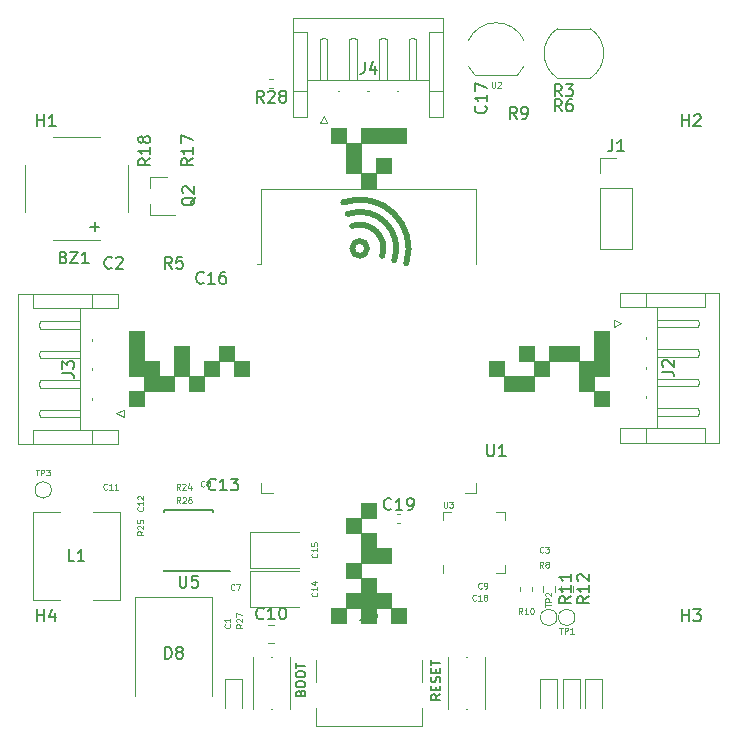
<source format=gbr>
G04 #@! TF.GenerationSoftware,KiCad,Pcbnew,(5.1.9)-1*
G04 #@! TF.CreationDate,2022-02-01T14:59:44+01:00*
G04 #@! TF.ProjectId,ESPCraft,45535043-7261-4667-942e-6b696361645f,rev?*
G04 #@! TF.SameCoordinates,Original*
G04 #@! TF.FileFunction,Legend,Top*
G04 #@! TF.FilePolarity,Positive*
%FSLAX46Y46*%
G04 Gerber Fmt 4.6, Leading zero omitted, Abs format (unit mm)*
G04 Created by KiCad (PCBNEW (5.1.9)-1) date 2022-02-01 14:59:44*
%MOMM*%
%LPD*%
G01*
G04 APERTURE LIST*
%ADD10C,0.150000*%
%ADD11C,0.100000*%
%ADD12C,0.500000*%
%ADD13C,0.120000*%
%ADD14C,0.125000*%
G04 APERTURE END LIST*
D10*
X137737857Y-130371714D02*
X137775952Y-130257428D01*
X137814047Y-130219333D01*
X137890238Y-130181238D01*
X138004523Y-130181238D01*
X138080714Y-130219333D01*
X138118809Y-130257428D01*
X138156904Y-130333619D01*
X138156904Y-130638380D01*
X137356904Y-130638380D01*
X137356904Y-130371714D01*
X137395000Y-130295523D01*
X137433095Y-130257428D01*
X137509285Y-130219333D01*
X137585476Y-130219333D01*
X137661666Y-130257428D01*
X137699761Y-130295523D01*
X137737857Y-130371714D01*
X137737857Y-130638380D01*
X137356904Y-129686000D02*
X137356904Y-129533619D01*
X137395000Y-129457428D01*
X137471190Y-129381238D01*
X137623571Y-129343142D01*
X137890238Y-129343142D01*
X138042619Y-129381238D01*
X138118809Y-129457428D01*
X138156904Y-129533619D01*
X138156904Y-129686000D01*
X138118809Y-129762190D01*
X138042619Y-129838380D01*
X137890238Y-129876476D01*
X137623571Y-129876476D01*
X137471190Y-129838380D01*
X137395000Y-129762190D01*
X137356904Y-129686000D01*
X137356904Y-128847904D02*
X137356904Y-128695523D01*
X137395000Y-128619333D01*
X137471190Y-128543142D01*
X137623571Y-128505047D01*
X137890238Y-128505047D01*
X138042619Y-128543142D01*
X138118809Y-128619333D01*
X138156904Y-128695523D01*
X138156904Y-128847904D01*
X138118809Y-128924095D01*
X138042619Y-129000285D01*
X137890238Y-129038380D01*
X137623571Y-129038380D01*
X137471190Y-129000285D01*
X137395000Y-128924095D01*
X137356904Y-128847904D01*
X137356904Y-128276476D02*
X137356904Y-127819333D01*
X138156904Y-128047904D02*
X137356904Y-128047904D01*
X149586904Y-130447904D02*
X149205952Y-130714571D01*
X149586904Y-130905047D02*
X148786904Y-130905047D01*
X148786904Y-130600285D01*
X148825000Y-130524095D01*
X148863095Y-130486000D01*
X148939285Y-130447904D01*
X149053571Y-130447904D01*
X149129761Y-130486000D01*
X149167857Y-130524095D01*
X149205952Y-130600285D01*
X149205952Y-130905047D01*
X149167857Y-130105047D02*
X149167857Y-129838380D01*
X149586904Y-129724095D02*
X149586904Y-130105047D01*
X148786904Y-130105047D01*
X148786904Y-129724095D01*
X149548809Y-129419333D02*
X149586904Y-129305047D01*
X149586904Y-129114571D01*
X149548809Y-129038380D01*
X149510714Y-129000285D01*
X149434523Y-128962190D01*
X149358333Y-128962190D01*
X149282142Y-129000285D01*
X149244047Y-129038380D01*
X149205952Y-129114571D01*
X149167857Y-129266952D01*
X149129761Y-129343142D01*
X149091666Y-129381238D01*
X149015476Y-129419333D01*
X148939285Y-129419333D01*
X148863095Y-129381238D01*
X148825000Y-129343142D01*
X148786904Y-129266952D01*
X148786904Y-129076476D01*
X148825000Y-128962190D01*
X149167857Y-128619333D02*
X149167857Y-128352666D01*
X149586904Y-128238380D02*
X149586904Y-128619333D01*
X148786904Y-128619333D01*
X148786904Y-128238380D01*
X148786904Y-128009809D02*
X148786904Y-127552666D01*
X149586904Y-127781238D02*
X148786904Y-127781238D01*
D11*
G36*
X128270000Y-103505000D02*
G01*
X127000000Y-103505000D01*
X127000000Y-100965000D01*
X128270000Y-100965000D01*
X128270000Y-103505000D01*
G37*
X128270000Y-103505000D02*
X127000000Y-103505000D01*
X127000000Y-100965000D01*
X128270000Y-100965000D01*
X128270000Y-103505000D01*
G36*
X141605000Y-124460000D02*
G01*
X140335000Y-124460000D01*
X140335000Y-123190000D01*
X141605000Y-123190000D01*
X141605000Y-124460000D01*
G37*
X141605000Y-124460000D02*
X140335000Y-124460000D01*
X140335000Y-123190000D01*
X141605000Y-123190000D01*
X141605000Y-124460000D01*
G36*
X146685000Y-124460000D02*
G01*
X145415000Y-124460000D01*
X145415000Y-123190000D01*
X146685000Y-123190000D01*
X146685000Y-124460000D01*
G37*
X146685000Y-124460000D02*
X145415000Y-124460000D01*
X145415000Y-123190000D01*
X146685000Y-123190000D01*
X146685000Y-124460000D01*
G36*
X144145000Y-124460000D02*
G01*
X142875000Y-124460000D01*
X142875000Y-123190000D01*
X144145000Y-123190000D01*
X144145000Y-124460000D01*
G37*
X144145000Y-124460000D02*
X142875000Y-124460000D01*
X142875000Y-123190000D01*
X144145000Y-123190000D01*
X144145000Y-124460000D01*
G36*
X145415000Y-123190000D02*
G01*
X141605000Y-123190000D01*
X141605000Y-121920000D01*
X145415000Y-121920000D01*
X145415000Y-123190000D01*
G37*
X145415000Y-123190000D02*
X141605000Y-123190000D01*
X141605000Y-121920000D01*
X145415000Y-121920000D01*
X145415000Y-123190000D01*
G36*
X144145000Y-121920000D02*
G01*
X142875000Y-121920000D01*
X142875000Y-120650000D01*
X144145000Y-120650000D01*
X144145000Y-121920000D01*
G37*
X144145000Y-121920000D02*
X142875000Y-121920000D01*
X142875000Y-120650000D01*
X144145000Y-120650000D01*
X144145000Y-121920000D01*
G36*
X142875000Y-120650000D02*
G01*
X141605000Y-120650000D01*
X141605000Y-119380000D01*
X142875000Y-119380000D01*
X142875000Y-120650000D01*
G37*
X142875000Y-120650000D02*
X141605000Y-120650000D01*
X141605000Y-119380000D01*
X142875000Y-119380000D01*
X142875000Y-120650000D01*
G36*
X144145000Y-118110000D02*
G01*
X145415000Y-118110000D01*
X145415000Y-119380000D01*
X142875000Y-119380000D01*
X142875000Y-116840000D01*
X144145000Y-116840000D01*
X144145000Y-118110000D01*
G37*
X144145000Y-118110000D02*
X145415000Y-118110000D01*
X145415000Y-119380000D01*
X142875000Y-119380000D01*
X142875000Y-116840000D01*
X144145000Y-116840000D01*
X144145000Y-118110000D01*
G36*
X142875000Y-116840000D02*
G01*
X141605000Y-116840000D01*
X141605000Y-115570000D01*
X142875000Y-115570000D01*
X142875000Y-116840000D01*
G37*
X142875000Y-116840000D02*
X141605000Y-116840000D01*
X141605000Y-115570000D01*
X142875000Y-115570000D01*
X142875000Y-116840000D01*
G36*
X144145000Y-115570000D02*
G01*
X142875000Y-115570000D01*
X142875000Y-114300000D01*
X144145000Y-114300000D01*
X144145000Y-115570000D01*
G37*
X144145000Y-115570000D02*
X142875000Y-115570000D01*
X142875000Y-114300000D01*
X144145000Y-114300000D01*
X144145000Y-115570000D01*
G36*
X163830000Y-106045000D02*
G01*
X162560000Y-106045000D01*
X162560000Y-104775000D01*
X163830000Y-104775000D01*
X163830000Y-106045000D01*
G37*
X163830000Y-106045000D02*
X162560000Y-106045000D01*
X162560000Y-104775000D01*
X163830000Y-104775000D01*
X163830000Y-106045000D01*
G36*
X141605000Y-83820000D02*
G01*
X140335000Y-83820000D01*
X140335000Y-82550000D01*
X141605000Y-82550000D01*
X141605000Y-83820000D01*
G37*
X141605000Y-83820000D02*
X140335000Y-83820000D01*
X140335000Y-82550000D01*
X141605000Y-82550000D01*
X141605000Y-83820000D01*
G36*
X145415000Y-86360000D02*
G01*
X144145000Y-86360000D01*
X144145000Y-85090000D01*
X145415000Y-85090000D01*
X145415000Y-86360000D01*
G37*
X145415000Y-86360000D02*
X144145000Y-86360000D01*
X144145000Y-85090000D01*
X145415000Y-85090000D01*
X145415000Y-86360000D01*
G36*
X146685000Y-83820000D02*
G01*
X142875000Y-83820000D01*
X142875000Y-82550000D01*
X146685000Y-82550000D01*
X146685000Y-83820000D01*
G37*
X146685000Y-83820000D02*
X142875000Y-83820000D01*
X142875000Y-82550000D01*
X146685000Y-82550000D01*
X146685000Y-83820000D01*
G36*
X142875000Y-86360000D02*
G01*
X141605000Y-86360000D01*
X141605000Y-83820000D01*
X142875000Y-83820000D01*
X142875000Y-86360000D01*
G37*
X142875000Y-86360000D02*
X141605000Y-86360000D01*
X141605000Y-83820000D01*
X142875000Y-83820000D01*
X142875000Y-86360000D01*
G36*
X144145000Y-87630000D02*
G01*
X142875000Y-87630000D01*
X142875000Y-86360000D01*
X144145000Y-86360000D01*
X144145000Y-87630000D01*
G37*
X144145000Y-87630000D02*
X142875000Y-87630000D01*
X142875000Y-86360000D01*
X144145000Y-86360000D01*
X144145000Y-87630000D01*
G36*
X163830000Y-103505000D02*
G01*
X162560000Y-103505000D01*
X162560000Y-104775000D01*
X161290000Y-104775000D01*
X161290000Y-102235000D01*
X162560000Y-102235000D01*
X162560000Y-99695000D01*
X163830000Y-99695000D01*
X163830000Y-103505000D01*
G37*
X163830000Y-103505000D02*
X162560000Y-103505000D01*
X162560000Y-104775000D01*
X161290000Y-104775000D01*
X161290000Y-102235000D01*
X162560000Y-102235000D01*
X162560000Y-99695000D01*
X163830000Y-99695000D01*
X163830000Y-103505000D01*
G36*
X161290000Y-102235000D02*
G01*
X158750000Y-102235000D01*
X158750000Y-100965000D01*
X161290000Y-100965000D01*
X161290000Y-102235000D01*
G37*
X161290000Y-102235000D02*
X158750000Y-102235000D01*
X158750000Y-100965000D01*
X161290000Y-100965000D01*
X161290000Y-102235000D01*
G36*
X157480000Y-102235000D02*
G01*
X156210000Y-102235000D01*
X156210000Y-100965000D01*
X157480000Y-100965000D01*
X157480000Y-102235000D01*
G37*
X157480000Y-102235000D02*
X156210000Y-102235000D01*
X156210000Y-100965000D01*
X157480000Y-100965000D01*
X157480000Y-102235000D01*
G36*
X158750000Y-103505000D02*
G01*
X157480000Y-103505000D01*
X157480000Y-102235000D01*
X158750000Y-102235000D01*
X158750000Y-103505000D01*
G37*
X158750000Y-103505000D02*
X157480000Y-103505000D01*
X157480000Y-102235000D01*
X158750000Y-102235000D01*
X158750000Y-103505000D01*
G36*
X157480000Y-104775000D02*
G01*
X154940000Y-104775000D01*
X154940000Y-103505000D01*
X157480000Y-103505000D01*
X157480000Y-104775000D01*
G37*
X157480000Y-104775000D02*
X154940000Y-104775000D01*
X154940000Y-103505000D01*
X157480000Y-103505000D01*
X157480000Y-104775000D01*
G36*
X154940000Y-103505000D02*
G01*
X153670000Y-103505000D01*
X153670000Y-102235000D01*
X154940000Y-102235000D01*
X154940000Y-103505000D01*
G37*
X154940000Y-103505000D02*
X153670000Y-103505000D01*
X153670000Y-102235000D01*
X154940000Y-102235000D01*
X154940000Y-103505000D01*
G36*
X124460000Y-106045000D02*
G01*
X123190000Y-106045000D01*
X123190000Y-104775000D01*
X124460000Y-104775000D01*
X124460000Y-106045000D01*
G37*
X124460000Y-106045000D02*
X123190000Y-106045000D01*
X123190000Y-104775000D01*
X124460000Y-104775000D01*
X124460000Y-106045000D01*
G36*
X124460000Y-102235000D02*
G01*
X123190000Y-102235000D01*
X123190000Y-99695000D01*
X124460000Y-99695000D01*
X124460000Y-102235000D01*
G37*
X124460000Y-102235000D02*
X123190000Y-102235000D01*
X123190000Y-99695000D01*
X124460000Y-99695000D01*
X124460000Y-102235000D01*
G36*
X132080000Y-102235000D02*
G01*
X130810000Y-102235000D01*
X130810000Y-100965000D01*
X132080000Y-100965000D01*
X132080000Y-102235000D01*
G37*
X132080000Y-102235000D02*
X130810000Y-102235000D01*
X130810000Y-100965000D01*
X132080000Y-100965000D01*
X132080000Y-102235000D01*
G36*
X125730000Y-103505000D02*
G01*
X127000000Y-103505000D01*
X127000000Y-104775000D01*
X124460000Y-104775000D01*
X124460000Y-103505000D01*
X123190000Y-103505000D01*
X123190000Y-102235000D01*
X125730000Y-102235000D01*
X125730000Y-103505000D01*
G37*
X125730000Y-103505000D02*
X127000000Y-103505000D01*
X127000000Y-104775000D01*
X124460000Y-104775000D01*
X124460000Y-103505000D01*
X123190000Y-103505000D01*
X123190000Y-102235000D01*
X125730000Y-102235000D01*
X125730000Y-103505000D01*
G36*
X129540000Y-104775000D02*
G01*
X128270000Y-104775000D01*
X128270000Y-103505000D01*
X129540000Y-103505000D01*
X129540000Y-104775000D01*
G37*
X129540000Y-104775000D02*
X128270000Y-104775000D01*
X128270000Y-103505000D01*
X129540000Y-103505000D01*
X129540000Y-104775000D01*
G36*
X130810000Y-103505000D02*
G01*
X129540000Y-103505000D01*
X129540000Y-102235000D01*
X130810000Y-102235000D01*
X130810000Y-103505000D01*
G37*
X130810000Y-103505000D02*
X129540000Y-103505000D01*
X129540000Y-102235000D01*
X130810000Y-102235000D01*
X130810000Y-103505000D01*
G36*
X133350000Y-103505000D02*
G01*
X132080000Y-103505000D01*
X132080000Y-102235000D01*
X133350000Y-102235000D01*
X133350000Y-103505000D01*
G37*
X133350000Y-103505000D02*
X132080000Y-103505000D01*
X132080000Y-102235000D01*
X133350000Y-102235000D01*
X133350000Y-103505000D01*
D12*
X141732000Y-89789001D02*
G75*
G02*
X145668999Y-93725999I1016000J-2920999D01*
G01*
X141364623Y-88811393D02*
G75*
G02*
X146685000Y-93980000I1383377J-3898607D01*
G01*
X142111999Y-90805335D02*
G75*
G02*
X144652999Y-93344999I636001J-1904665D01*
G01*
X143383000Y-92710000D02*
G75*
G03*
X143383000Y-92710000I-635000J0D01*
G01*
D13*
X134390000Y-94060000D02*
X134010000Y-94060000D01*
X134390000Y-87640000D02*
X134390000Y-94060000D01*
X152630000Y-87640000D02*
X152630000Y-94060000D01*
X134390000Y-87640000D02*
X152630000Y-87640000D01*
X152630000Y-113385000D02*
X151630000Y-113385000D01*
X152630000Y-112605000D02*
X152630000Y-113385000D01*
X134390000Y-113385000D02*
X135390000Y-113385000D01*
X134390000Y-112605000D02*
X134390000Y-113385000D01*
X140000000Y-82110000D02*
X139700000Y-81510000D01*
X139400000Y-82110000D02*
X140000000Y-82110000D01*
X139700000Y-81510000D02*
X139400000Y-82110000D01*
X147520000Y-78420000D02*
X147200000Y-78420000D01*
X147520000Y-75000000D02*
X147520000Y-78420000D01*
X147200000Y-74920000D02*
X147520000Y-75000000D01*
X146880000Y-75000000D02*
X147200000Y-74920000D01*
X146880000Y-78420000D02*
X146880000Y-75000000D01*
X147200000Y-78420000D02*
X146880000Y-78420000D01*
X145870000Y-79420000D02*
X146030000Y-79420000D01*
X145020000Y-78420000D02*
X144700000Y-78420000D01*
X145020000Y-75000000D02*
X145020000Y-78420000D01*
X144700000Y-74920000D02*
X145020000Y-75000000D01*
X144380000Y-75000000D02*
X144700000Y-74920000D01*
X144380000Y-78420000D02*
X144380000Y-75000000D01*
X144700000Y-78420000D02*
X144380000Y-78420000D01*
X143370000Y-79420000D02*
X143530000Y-79420000D01*
X142520000Y-78420000D02*
X142200000Y-78420000D01*
X142520000Y-75000000D02*
X142520000Y-78420000D01*
X142200000Y-74920000D02*
X142520000Y-75000000D01*
X141880000Y-75000000D02*
X142200000Y-74920000D01*
X141880000Y-78420000D02*
X141880000Y-75000000D01*
X142200000Y-78420000D02*
X141880000Y-78420000D01*
X140870000Y-79420000D02*
X141030000Y-79420000D01*
X140020000Y-78420000D02*
X139700000Y-78420000D01*
X140020000Y-75000000D02*
X140020000Y-78420000D01*
X139700000Y-74920000D02*
X140020000Y-75000000D01*
X139380000Y-75000000D02*
X139700000Y-74920000D01*
X139380000Y-78420000D02*
X139380000Y-75000000D01*
X139700000Y-78420000D02*
X139380000Y-78420000D01*
X138310000Y-78420000D02*
X148590000Y-78420000D01*
X148590000Y-79420000D02*
X149810000Y-79420000D01*
X148590000Y-74420000D02*
X148590000Y-79420000D01*
X149810000Y-74420000D02*
X148590000Y-74420000D01*
X138310000Y-79420000D02*
X137090000Y-79420000D01*
X138310000Y-74420000D02*
X138310000Y-79420000D01*
X137090000Y-74420000D02*
X138310000Y-74420000D01*
X148590000Y-81620000D02*
X148590000Y-79420000D01*
X149810000Y-81620000D02*
X148590000Y-81620000D01*
X149810000Y-73200000D02*
X149810000Y-81620000D01*
X137090000Y-73200000D02*
X149810000Y-73200000D01*
X137090000Y-81620000D02*
X137090000Y-73200000D01*
X138310000Y-81620000D02*
X137090000Y-81620000D01*
X138310000Y-79420000D02*
X138310000Y-81620000D01*
X163135000Y-92770000D02*
X165795000Y-92770000D01*
X163135000Y-87630000D02*
X163135000Y-92770000D01*
X165795000Y-87630000D02*
X165795000Y-92770000D01*
X163135000Y-87630000D02*
X165795000Y-87630000D01*
X163135000Y-86360000D02*
X163135000Y-85030000D01*
X163135000Y-85030000D02*
X164465000Y-85030000D01*
X135305000Y-131740000D02*
X135205000Y-131740000D01*
X133705000Y-127340000D02*
X133705000Y-131740000D01*
X136805000Y-131740000D02*
X136805000Y-127340000D01*
X135305000Y-127340000D02*
X135205000Y-127340000D01*
X151715000Y-131740000D02*
X151815000Y-131740000D01*
X150215000Y-127340000D02*
X150215000Y-131740000D01*
X153315000Y-131740000D02*
X153315000Y-127340000D01*
X151715000Y-127340000D02*
X151815000Y-127340000D01*
X159485000Y-131610000D02*
X159485000Y-129150000D01*
X159485000Y-129150000D02*
X158015000Y-129150000D01*
X158015000Y-129150000D02*
X158015000Y-131610000D01*
X159920000Y-129150000D02*
X159920000Y-131610000D01*
X161390000Y-129150000D02*
X159920000Y-129150000D01*
X161390000Y-131610000D02*
X161390000Y-129150000D01*
X161825000Y-129150000D02*
X161825000Y-131610000D01*
X163295000Y-129150000D02*
X161825000Y-129150000D01*
X163295000Y-131610000D02*
X163295000Y-129150000D01*
X132815000Y-131610000D02*
X132815000Y-129150000D01*
X132815000Y-129150000D02*
X131345000Y-129150000D01*
X131345000Y-129150000D02*
X131345000Y-131610000D01*
X164270000Y-99360000D02*
X164870000Y-99060000D01*
X164270000Y-98760000D02*
X164270000Y-99360000D01*
X164870000Y-99060000D02*
X164270000Y-98760000D01*
X167960000Y-106880000D02*
X167960000Y-106560000D01*
X171380000Y-106880000D02*
X167960000Y-106880000D01*
X171460000Y-106560000D02*
X171380000Y-106880000D01*
X171380000Y-106240000D02*
X171460000Y-106560000D01*
X167960000Y-106240000D02*
X171380000Y-106240000D01*
X167960000Y-106560000D02*
X167960000Y-106240000D01*
X166960000Y-105230000D02*
X166960000Y-105390000D01*
X167960000Y-104380000D02*
X167960000Y-104060000D01*
X171380000Y-104380000D02*
X167960000Y-104380000D01*
X171460000Y-104060000D02*
X171380000Y-104380000D01*
X171380000Y-103740000D02*
X171460000Y-104060000D01*
X167960000Y-103740000D02*
X171380000Y-103740000D01*
X167960000Y-104060000D02*
X167960000Y-103740000D01*
X166960000Y-102730000D02*
X166960000Y-102890000D01*
X167960000Y-101880000D02*
X167960000Y-101560000D01*
X171380000Y-101880000D02*
X167960000Y-101880000D01*
X171460000Y-101560000D02*
X171380000Y-101880000D01*
X171380000Y-101240000D02*
X171460000Y-101560000D01*
X167960000Y-101240000D02*
X171380000Y-101240000D01*
X167960000Y-101560000D02*
X167960000Y-101240000D01*
X166960000Y-100230000D02*
X166960000Y-100390000D01*
X167960000Y-99380000D02*
X167960000Y-99060000D01*
X171380000Y-99380000D02*
X167960000Y-99380000D01*
X171460000Y-99060000D02*
X171380000Y-99380000D01*
X171380000Y-98740000D02*
X171460000Y-99060000D01*
X167960000Y-98740000D02*
X171380000Y-98740000D01*
X167960000Y-99060000D02*
X167960000Y-98740000D01*
X167960000Y-97670000D02*
X167960000Y-107950000D01*
X166960000Y-107950000D02*
X166960000Y-109170000D01*
X171960000Y-107950000D02*
X166960000Y-107950000D01*
X171960000Y-109170000D02*
X171960000Y-107950000D01*
X166960000Y-97670000D02*
X166960000Y-96450000D01*
X171960000Y-97670000D02*
X166960000Y-97670000D01*
X171960000Y-96450000D02*
X171960000Y-97670000D01*
X164760000Y-107950000D02*
X166960000Y-107950000D01*
X164760000Y-109170000D02*
X164760000Y-107950000D01*
X173180000Y-109170000D02*
X164760000Y-109170000D01*
X173180000Y-96450000D02*
X173180000Y-109170000D01*
X164760000Y-96450000D02*
X173180000Y-96450000D01*
X164760000Y-97670000D02*
X164760000Y-96450000D01*
X166960000Y-97670000D02*
X164760000Y-97670000D01*
X120060000Y-108070000D02*
X122260000Y-108070000D01*
X122260000Y-108070000D02*
X122260000Y-109290000D01*
X122260000Y-109290000D02*
X113840000Y-109290000D01*
X113840000Y-109290000D02*
X113840000Y-96570000D01*
X113840000Y-96570000D02*
X122260000Y-96570000D01*
X122260000Y-96570000D02*
X122260000Y-97790000D01*
X122260000Y-97790000D02*
X120060000Y-97790000D01*
X115060000Y-109290000D02*
X115060000Y-108070000D01*
X115060000Y-108070000D02*
X120060000Y-108070000D01*
X120060000Y-108070000D02*
X120060000Y-109290000D01*
X115060000Y-96570000D02*
X115060000Y-97790000D01*
X115060000Y-97790000D02*
X120060000Y-97790000D01*
X120060000Y-97790000D02*
X120060000Y-96570000D01*
X119060000Y-108070000D02*
X119060000Y-97790000D01*
X119060000Y-106680000D02*
X119060000Y-107000000D01*
X119060000Y-107000000D02*
X115640000Y-107000000D01*
X115640000Y-107000000D02*
X115560000Y-106680000D01*
X115560000Y-106680000D02*
X115640000Y-106360000D01*
X115640000Y-106360000D02*
X119060000Y-106360000D01*
X119060000Y-106360000D02*
X119060000Y-106680000D01*
X120060000Y-105510000D02*
X120060000Y-105350000D01*
X119060000Y-104180000D02*
X119060000Y-104500000D01*
X119060000Y-104500000D02*
X115640000Y-104500000D01*
X115640000Y-104500000D02*
X115560000Y-104180000D01*
X115560000Y-104180000D02*
X115640000Y-103860000D01*
X115640000Y-103860000D02*
X119060000Y-103860000D01*
X119060000Y-103860000D02*
X119060000Y-104180000D01*
X120060000Y-103010000D02*
X120060000Y-102850000D01*
X119060000Y-101680000D02*
X119060000Y-102000000D01*
X119060000Y-102000000D02*
X115640000Y-102000000D01*
X115640000Y-102000000D02*
X115560000Y-101680000D01*
X115560000Y-101680000D02*
X115640000Y-101360000D01*
X115640000Y-101360000D02*
X119060000Y-101360000D01*
X119060000Y-101360000D02*
X119060000Y-101680000D01*
X120060000Y-100510000D02*
X120060000Y-100350000D01*
X119060000Y-99180000D02*
X119060000Y-99500000D01*
X119060000Y-99500000D02*
X115640000Y-99500000D01*
X115640000Y-99500000D02*
X115560000Y-99180000D01*
X115560000Y-99180000D02*
X115640000Y-98860000D01*
X115640000Y-98860000D02*
X119060000Y-98860000D01*
X119060000Y-98860000D02*
X119060000Y-99180000D01*
X122150000Y-106680000D02*
X122750000Y-106980000D01*
X122750000Y-106980000D02*
X122750000Y-106380000D01*
X122750000Y-106380000D02*
X122150000Y-106680000D01*
X149790000Y-119487000D02*
X149790000Y-120212000D01*
X155010000Y-114992000D02*
X154285000Y-114992000D01*
X155010000Y-115717000D02*
X155010000Y-114992000D01*
X155010000Y-120212000D02*
X154285000Y-120212000D01*
X155010000Y-119487000D02*
X155010000Y-120212000D01*
X149790000Y-114992000D02*
X150515000Y-114992000D01*
X149790000Y-115717000D02*
X149790000Y-114992000D01*
X116745000Y-91980000D02*
X120745000Y-91980000D01*
X123095000Y-89630000D02*
X123095000Y-85630000D01*
X120745000Y-83280000D02*
X116745000Y-83280000D01*
X114395000Y-85630000D02*
X114395000Y-89630000D01*
X124970000Y-86685000D02*
X126430000Y-86685000D01*
X124970000Y-89845000D02*
X127130000Y-89845000D01*
X124970000Y-89845000D02*
X124970000Y-88915000D01*
X124970000Y-86685000D02*
X124970000Y-87615000D01*
X159485000Y-74100000D02*
X162285000Y-74100000D01*
X159485000Y-78300000D02*
X162285000Y-78300000D01*
X162271037Y-78309242D02*
G75*
G03*
X162285000Y-74100000I-1386037J2109242D01*
G01*
X159498963Y-74090758D02*
G75*
G03*
X159485000Y-78300000I1386037J-2109242D01*
G01*
X139040000Y-127600000D02*
X139040000Y-129400000D01*
X139040000Y-133110000D02*
X139040000Y-131650000D01*
X147980000Y-133110000D02*
X147980000Y-131650000D01*
X147980000Y-127600000D02*
X147980000Y-129400000D01*
X147980000Y-133110000D02*
X139040000Y-133110000D01*
X156335000Y-121376221D02*
X156335000Y-121701779D01*
X157355000Y-121376221D02*
X157355000Y-121701779D01*
X152505000Y-78050000D02*
X156105000Y-78050000D01*
X151980816Y-77322795D02*
G75*
G03*
X152505000Y-78050000I2324184J1122795D01*
G01*
X151948600Y-75101193D02*
G75*
G02*
X154305000Y-73600000I2356400J-1098807D01*
G01*
X156661400Y-75101193D02*
G75*
G03*
X154305000Y-73600000I-2356400J-1098807D01*
G01*
X156629184Y-77322795D02*
G75*
G02*
X156105000Y-78050000I-2324184J1122795D01*
G01*
X137640000Y-120029000D02*
X133430000Y-120029000D01*
X133430000Y-120029000D02*
X133430000Y-123049000D01*
X133430000Y-123049000D02*
X137640000Y-123049000D01*
X133430000Y-119747000D02*
X137640000Y-119747000D01*
X133430000Y-116727000D02*
X133430000Y-119747000D01*
X137640000Y-116727000D02*
X133430000Y-116727000D01*
X130250000Y-122200000D02*
X130250000Y-130600000D01*
X123750000Y-122200000D02*
X123750000Y-130600000D01*
X123750000Y-122200000D02*
X130250000Y-122200000D01*
X115045000Y-115045000D02*
X117345000Y-115045000D01*
X115045000Y-122445000D02*
X115045000Y-115045000D01*
X117345000Y-122445000D02*
X115045000Y-122445000D01*
X122445000Y-122445000D02*
X120145000Y-122445000D01*
X122445000Y-115045000D02*
X122445000Y-122445000D01*
X120145000Y-115045000D02*
X122445000Y-115045000D01*
X160974000Y-123952000D02*
G75*
G03*
X160974000Y-123952000I-700000J0D01*
G01*
X159450000Y-123952000D02*
G75*
G03*
X159450000Y-123952000I-700000J0D01*
G01*
D10*
X130345000Y-120000000D02*
X131745000Y-120000000D01*
X130345000Y-114900000D02*
X126195000Y-114900000D01*
X130345000Y-120050000D02*
X126195000Y-120050000D01*
X130345000Y-114900000D02*
X130345000Y-115045000D01*
X126195000Y-114900000D02*
X126195000Y-115045000D01*
X126195000Y-120050000D02*
X126195000Y-119905000D01*
X130345000Y-120050000D02*
X130345000Y-120000000D01*
D13*
X116651000Y-113157000D02*
G75*
G03*
X116651000Y-113157000I-700000J0D01*
G01*
X135408641Y-78360000D02*
X135101359Y-78360000D01*
X135408641Y-79120000D02*
X135101359Y-79120000D01*
X145942164Y-115930000D02*
X146157836Y-115930000D01*
X145942164Y-115210000D02*
X146157836Y-115210000D01*
X159272500Y-121301742D02*
X159272500Y-121776258D01*
X158227500Y-121301742D02*
X158227500Y-121776258D01*
X159751500Y-121301742D02*
X159751500Y-121776258D01*
X160796500Y-121301742D02*
X160796500Y-121776258D01*
X134993748Y-126084000D02*
X135516252Y-126084000D01*
X134993748Y-124614000D02*
X135516252Y-124614000D01*
D10*
X153543095Y-109307380D02*
X153543095Y-110116904D01*
X153590714Y-110212142D01*
X153638333Y-110259761D01*
X153733571Y-110307380D01*
X153924047Y-110307380D01*
X154019285Y-110259761D01*
X154066904Y-110212142D01*
X154114523Y-110116904D01*
X154114523Y-109307380D01*
X155114523Y-110307380D02*
X154543095Y-110307380D01*
X154828809Y-110307380D02*
X154828809Y-109307380D01*
X154733571Y-109450238D01*
X154638333Y-109545476D01*
X154543095Y-109593095D01*
X143176666Y-76922380D02*
X143176666Y-77636666D01*
X143129047Y-77779523D01*
X143033809Y-77874761D01*
X142890952Y-77922380D01*
X142795714Y-77922380D01*
X144081428Y-77255714D02*
X144081428Y-77922380D01*
X143843333Y-76874761D02*
X143605238Y-77589047D01*
X144224285Y-77589047D01*
X164131666Y-83482380D02*
X164131666Y-84196666D01*
X164084047Y-84339523D01*
X163988809Y-84434761D01*
X163845952Y-84482380D01*
X163750714Y-84482380D01*
X165131666Y-84482380D02*
X164560238Y-84482380D01*
X164845952Y-84482380D02*
X164845952Y-83482380D01*
X164750714Y-83625238D01*
X164655476Y-83720476D01*
X164560238Y-83768095D01*
X115443095Y-82367380D02*
X115443095Y-81367380D01*
X115443095Y-81843571D02*
X116014523Y-81843571D01*
X116014523Y-82367380D02*
X116014523Y-81367380D01*
X117014523Y-82367380D02*
X116443095Y-82367380D01*
X116728809Y-82367380D02*
X116728809Y-81367380D01*
X116633571Y-81510238D01*
X116538333Y-81605476D01*
X116443095Y-81653095D01*
X170053095Y-82367380D02*
X170053095Y-81367380D01*
X170053095Y-81843571D02*
X170624523Y-81843571D01*
X170624523Y-82367380D02*
X170624523Y-81367380D01*
X171053095Y-81462619D02*
X171100714Y-81415000D01*
X171195952Y-81367380D01*
X171434047Y-81367380D01*
X171529285Y-81415000D01*
X171576904Y-81462619D01*
X171624523Y-81557857D01*
X171624523Y-81653095D01*
X171576904Y-81795952D01*
X171005476Y-82367380D01*
X171624523Y-82367380D01*
X170053095Y-124277380D02*
X170053095Y-123277380D01*
X170053095Y-123753571D02*
X170624523Y-123753571D01*
X170624523Y-124277380D02*
X170624523Y-123277380D01*
X171005476Y-123277380D02*
X171624523Y-123277380D01*
X171291190Y-123658333D01*
X171434047Y-123658333D01*
X171529285Y-123705952D01*
X171576904Y-123753571D01*
X171624523Y-123848809D01*
X171624523Y-124086904D01*
X171576904Y-124182142D01*
X171529285Y-124229761D01*
X171434047Y-124277380D01*
X171148333Y-124277380D01*
X171053095Y-124229761D01*
X171005476Y-124182142D01*
X115443095Y-124277380D02*
X115443095Y-123277380D01*
X115443095Y-123753571D02*
X116014523Y-123753571D01*
X116014523Y-124277380D02*
X116014523Y-123277380D01*
X116919285Y-123610714D02*
X116919285Y-124277380D01*
X116681190Y-123229761D02*
X116443095Y-123944047D01*
X117062142Y-123944047D01*
X168362380Y-103143333D02*
X169076666Y-103143333D01*
X169219523Y-103190952D01*
X169314761Y-103286190D01*
X169362380Y-103429047D01*
X169362380Y-103524285D01*
X168457619Y-102714761D02*
X168410000Y-102667142D01*
X168362380Y-102571904D01*
X168362380Y-102333809D01*
X168410000Y-102238571D01*
X168457619Y-102190952D01*
X168552857Y-102143333D01*
X168648095Y-102143333D01*
X168790952Y-102190952D01*
X169362380Y-102762380D01*
X169362380Y-102143333D01*
X117562380Y-103263333D02*
X118276666Y-103263333D01*
X118419523Y-103310952D01*
X118514761Y-103406190D01*
X118562380Y-103549047D01*
X118562380Y-103644285D01*
X117562380Y-102882380D02*
X117562380Y-102263333D01*
X117943333Y-102596666D01*
X117943333Y-102453809D01*
X117990952Y-102358571D01*
X118038571Y-102310952D01*
X118133809Y-102263333D01*
X118371904Y-102263333D01*
X118467142Y-102310952D01*
X118514761Y-102358571D01*
X118562380Y-102453809D01*
X118562380Y-102739523D01*
X118514761Y-102834761D01*
X118467142Y-102882380D01*
D14*
X149860047Y-114153190D02*
X149860047Y-114557952D01*
X149883857Y-114605571D01*
X149907666Y-114629380D01*
X149955285Y-114653190D01*
X150050523Y-114653190D01*
X150098142Y-114629380D01*
X150121952Y-114605571D01*
X150145761Y-114557952D01*
X150145761Y-114153190D01*
X150336238Y-114153190D02*
X150645761Y-114153190D01*
X150479095Y-114343666D01*
X150550523Y-114343666D01*
X150598142Y-114367476D01*
X150621952Y-114391285D01*
X150645761Y-114438904D01*
X150645761Y-114557952D01*
X150621952Y-114605571D01*
X150598142Y-114629380D01*
X150550523Y-114653190D01*
X150407666Y-114653190D01*
X150360047Y-114629380D01*
X150336238Y-114605571D01*
D10*
X117664047Y-93458571D02*
X117806904Y-93506190D01*
X117854523Y-93553809D01*
X117902142Y-93649047D01*
X117902142Y-93791904D01*
X117854523Y-93887142D01*
X117806904Y-93934761D01*
X117711666Y-93982380D01*
X117330714Y-93982380D01*
X117330714Y-92982380D01*
X117664047Y-92982380D01*
X117759285Y-93030000D01*
X117806904Y-93077619D01*
X117854523Y-93172857D01*
X117854523Y-93268095D01*
X117806904Y-93363333D01*
X117759285Y-93410952D01*
X117664047Y-93458571D01*
X117330714Y-93458571D01*
X118235476Y-92982380D02*
X118902142Y-92982380D01*
X118235476Y-93982380D01*
X118902142Y-93982380D01*
X119806904Y-93982380D02*
X119235476Y-93982380D01*
X119521190Y-93982380D02*
X119521190Y-92982380D01*
X119425952Y-93125238D01*
X119330714Y-93220476D01*
X119235476Y-93268095D01*
X120316428Y-91260952D02*
X120316428Y-90499047D01*
X120697380Y-90880000D02*
X119935476Y-90880000D01*
X121753333Y-94337142D02*
X121705714Y-94384761D01*
X121562857Y-94432380D01*
X121467619Y-94432380D01*
X121324761Y-94384761D01*
X121229523Y-94289523D01*
X121181904Y-94194285D01*
X121134285Y-94003809D01*
X121134285Y-93860952D01*
X121181904Y-93670476D01*
X121229523Y-93575238D01*
X121324761Y-93480000D01*
X121467619Y-93432380D01*
X121562857Y-93432380D01*
X121705714Y-93480000D01*
X121753333Y-93527619D01*
X122134285Y-93527619D02*
X122181904Y-93480000D01*
X122277142Y-93432380D01*
X122515238Y-93432380D01*
X122610476Y-93480000D01*
X122658095Y-93527619D01*
X122705714Y-93622857D01*
X122705714Y-93718095D01*
X122658095Y-93860952D01*
X122086666Y-94432380D01*
X122705714Y-94432380D01*
D14*
X158285666Y-118415571D02*
X158261857Y-118439380D01*
X158190428Y-118463190D01*
X158142809Y-118463190D01*
X158071380Y-118439380D01*
X158023761Y-118391761D01*
X157999952Y-118344142D01*
X157976142Y-118248904D01*
X157976142Y-118177476D01*
X157999952Y-118082238D01*
X158023761Y-118034619D01*
X158071380Y-117987000D01*
X158142809Y-117963190D01*
X158190428Y-117963190D01*
X158261857Y-117987000D01*
X158285666Y-118010809D01*
X158452333Y-117963190D02*
X158761857Y-117963190D01*
X158595190Y-118153666D01*
X158666619Y-118153666D01*
X158714238Y-118177476D01*
X158738047Y-118201285D01*
X158761857Y-118248904D01*
X158761857Y-118367952D01*
X158738047Y-118415571D01*
X158714238Y-118439380D01*
X158666619Y-118463190D01*
X158523761Y-118463190D01*
X158476142Y-118439380D01*
X158452333Y-118415571D01*
D10*
X126833333Y-94432380D02*
X126500000Y-93956190D01*
X126261904Y-94432380D02*
X126261904Y-93432380D01*
X126642857Y-93432380D01*
X126738095Y-93480000D01*
X126785714Y-93527619D01*
X126833333Y-93622857D01*
X126833333Y-93765714D01*
X126785714Y-93860952D01*
X126738095Y-93908571D01*
X126642857Y-93956190D01*
X126261904Y-93956190D01*
X127738095Y-93432380D02*
X127261904Y-93432380D01*
X127214285Y-93908571D01*
X127261904Y-93860952D01*
X127357142Y-93813333D01*
X127595238Y-93813333D01*
X127690476Y-93860952D01*
X127738095Y-93908571D01*
X127785714Y-94003809D01*
X127785714Y-94241904D01*
X127738095Y-94337142D01*
X127690476Y-94384761D01*
X127595238Y-94432380D01*
X127357142Y-94432380D01*
X127261904Y-94384761D01*
X127214285Y-94337142D01*
D14*
X158285666Y-119733190D02*
X158119000Y-119495095D01*
X157999952Y-119733190D02*
X157999952Y-119233190D01*
X158190428Y-119233190D01*
X158238047Y-119257000D01*
X158261857Y-119280809D01*
X158285666Y-119328428D01*
X158285666Y-119399857D01*
X158261857Y-119447476D01*
X158238047Y-119471285D01*
X158190428Y-119495095D01*
X157999952Y-119495095D01*
X158571380Y-119447476D02*
X158523761Y-119423666D01*
X158499952Y-119399857D01*
X158476142Y-119352238D01*
X158476142Y-119328428D01*
X158499952Y-119280809D01*
X158523761Y-119257000D01*
X158571380Y-119233190D01*
X158666619Y-119233190D01*
X158714238Y-119257000D01*
X158738047Y-119280809D01*
X158761857Y-119328428D01*
X158761857Y-119352238D01*
X158738047Y-119399857D01*
X158714238Y-119423666D01*
X158666619Y-119447476D01*
X158571380Y-119447476D01*
X158523761Y-119471285D01*
X158499952Y-119495095D01*
X158476142Y-119542714D01*
X158476142Y-119637952D01*
X158499952Y-119685571D01*
X158523761Y-119709380D01*
X158571380Y-119733190D01*
X158666619Y-119733190D01*
X158714238Y-119709380D01*
X158738047Y-119685571D01*
X158761857Y-119637952D01*
X158761857Y-119542714D01*
X158738047Y-119495095D01*
X158714238Y-119471285D01*
X158666619Y-119447476D01*
X131750571Y-124543333D02*
X131774380Y-124567142D01*
X131798190Y-124638571D01*
X131798190Y-124686190D01*
X131774380Y-124757619D01*
X131726761Y-124805238D01*
X131679142Y-124829047D01*
X131583904Y-124852857D01*
X131512476Y-124852857D01*
X131417238Y-124829047D01*
X131369619Y-124805238D01*
X131322000Y-124757619D01*
X131298190Y-124686190D01*
X131298190Y-124638571D01*
X131322000Y-124567142D01*
X131345809Y-124543333D01*
X131798190Y-124067142D02*
X131798190Y-124352857D01*
X131798190Y-124210000D02*
X131298190Y-124210000D01*
X131369619Y-124257619D01*
X131417238Y-124305238D01*
X131441047Y-124352857D01*
D10*
X129532142Y-95607142D02*
X129484523Y-95654761D01*
X129341666Y-95702380D01*
X129246428Y-95702380D01*
X129103571Y-95654761D01*
X129008333Y-95559523D01*
X128960714Y-95464285D01*
X128913095Y-95273809D01*
X128913095Y-95130952D01*
X128960714Y-94940476D01*
X129008333Y-94845238D01*
X129103571Y-94750000D01*
X129246428Y-94702380D01*
X129341666Y-94702380D01*
X129484523Y-94750000D01*
X129532142Y-94797619D01*
X130484523Y-95702380D02*
X129913095Y-95702380D01*
X130198809Y-95702380D02*
X130198809Y-94702380D01*
X130103571Y-94845238D01*
X130008333Y-94940476D01*
X129913095Y-94988095D01*
X131341666Y-94702380D02*
X131151190Y-94702380D01*
X131055952Y-94750000D01*
X131008333Y-94797619D01*
X130913095Y-94940476D01*
X130865476Y-95130952D01*
X130865476Y-95511904D01*
X130913095Y-95607142D01*
X130960714Y-95654761D01*
X131055952Y-95702380D01*
X131246428Y-95702380D01*
X131341666Y-95654761D01*
X131389285Y-95607142D01*
X131436904Y-95511904D01*
X131436904Y-95273809D01*
X131389285Y-95178571D01*
X131341666Y-95130952D01*
X131246428Y-95083333D01*
X131055952Y-95083333D01*
X130960714Y-95130952D01*
X130913095Y-95178571D01*
X130865476Y-95273809D01*
X128817619Y-88360238D02*
X128770000Y-88455476D01*
X128674761Y-88550714D01*
X128531904Y-88693571D01*
X128484285Y-88788809D01*
X128484285Y-88884047D01*
X128722380Y-88836428D02*
X128674761Y-88931666D01*
X128579523Y-89026904D01*
X128389047Y-89074523D01*
X128055714Y-89074523D01*
X127865238Y-89026904D01*
X127770000Y-88931666D01*
X127722380Y-88836428D01*
X127722380Y-88645952D01*
X127770000Y-88550714D01*
X127865238Y-88455476D01*
X128055714Y-88407857D01*
X128389047Y-88407857D01*
X128579523Y-88455476D01*
X128674761Y-88550714D01*
X128722380Y-88645952D01*
X128722380Y-88836428D01*
X127817619Y-88026904D02*
X127770000Y-87979285D01*
X127722380Y-87884047D01*
X127722380Y-87645952D01*
X127770000Y-87550714D01*
X127817619Y-87503095D01*
X127912857Y-87455476D01*
X128008095Y-87455476D01*
X128150952Y-87503095D01*
X128722380Y-88074523D01*
X128722380Y-87455476D01*
X128622380Y-85097857D02*
X128146190Y-85431190D01*
X128622380Y-85669285D02*
X127622380Y-85669285D01*
X127622380Y-85288333D01*
X127670000Y-85193095D01*
X127717619Y-85145476D01*
X127812857Y-85097857D01*
X127955714Y-85097857D01*
X128050952Y-85145476D01*
X128098571Y-85193095D01*
X128146190Y-85288333D01*
X128146190Y-85669285D01*
X128622380Y-84145476D02*
X128622380Y-84716904D01*
X128622380Y-84431190D02*
X127622380Y-84431190D01*
X127765238Y-84526428D01*
X127860476Y-84621666D01*
X127908095Y-84716904D01*
X127622380Y-83812142D02*
X127622380Y-83145476D01*
X128622380Y-83574047D01*
X125012380Y-85097857D02*
X124536190Y-85431190D01*
X125012380Y-85669285D02*
X124012380Y-85669285D01*
X124012380Y-85288333D01*
X124060000Y-85193095D01*
X124107619Y-85145476D01*
X124202857Y-85097857D01*
X124345714Y-85097857D01*
X124440952Y-85145476D01*
X124488571Y-85193095D01*
X124536190Y-85288333D01*
X124536190Y-85669285D01*
X125012380Y-84145476D02*
X125012380Y-84716904D01*
X125012380Y-84431190D02*
X124012380Y-84431190D01*
X124155238Y-84526428D01*
X124250476Y-84621666D01*
X124298095Y-84716904D01*
X124440952Y-83574047D02*
X124393333Y-83669285D01*
X124345714Y-83716904D01*
X124250476Y-83764523D01*
X124202857Y-83764523D01*
X124107619Y-83716904D01*
X124060000Y-83669285D01*
X124012380Y-83574047D01*
X124012380Y-83383571D01*
X124060000Y-83288333D01*
X124107619Y-83240714D01*
X124202857Y-83193095D01*
X124250476Y-83193095D01*
X124345714Y-83240714D01*
X124393333Y-83288333D01*
X124440952Y-83383571D01*
X124440952Y-83574047D01*
X124488571Y-83669285D01*
X124536190Y-83716904D01*
X124631428Y-83764523D01*
X124821904Y-83764523D01*
X124917142Y-83716904D01*
X124964761Y-83669285D01*
X125012380Y-83574047D01*
X125012380Y-83383571D01*
X124964761Y-83288333D01*
X124917142Y-83240714D01*
X124821904Y-83193095D01*
X124631428Y-83193095D01*
X124536190Y-83240714D01*
X124488571Y-83288333D01*
X124440952Y-83383571D01*
X159853333Y-79827380D02*
X159520000Y-79351190D01*
X159281904Y-79827380D02*
X159281904Y-78827380D01*
X159662857Y-78827380D01*
X159758095Y-78875000D01*
X159805714Y-78922619D01*
X159853333Y-79017857D01*
X159853333Y-79160714D01*
X159805714Y-79255952D01*
X159758095Y-79303571D01*
X159662857Y-79351190D01*
X159281904Y-79351190D01*
X160186666Y-78827380D02*
X160805714Y-78827380D01*
X160472380Y-79208333D01*
X160615238Y-79208333D01*
X160710476Y-79255952D01*
X160758095Y-79303571D01*
X160805714Y-79398809D01*
X160805714Y-79636904D01*
X160758095Y-79732142D01*
X160710476Y-79779761D01*
X160615238Y-79827380D01*
X160329523Y-79827380D01*
X160234285Y-79779761D01*
X160186666Y-79732142D01*
X159853333Y-81097380D02*
X159520000Y-80621190D01*
X159281904Y-81097380D02*
X159281904Y-80097380D01*
X159662857Y-80097380D01*
X159758095Y-80145000D01*
X159805714Y-80192619D01*
X159853333Y-80287857D01*
X159853333Y-80430714D01*
X159805714Y-80525952D01*
X159758095Y-80573571D01*
X159662857Y-80621190D01*
X159281904Y-80621190D01*
X160710476Y-80097380D02*
X160520000Y-80097380D01*
X160424761Y-80145000D01*
X160377142Y-80192619D01*
X160281904Y-80335476D01*
X160234285Y-80525952D01*
X160234285Y-80906904D01*
X160281904Y-81002142D01*
X160329523Y-81049761D01*
X160424761Y-81097380D01*
X160615238Y-81097380D01*
X160710476Y-81049761D01*
X160758095Y-81002142D01*
X160805714Y-80906904D01*
X160805714Y-80668809D01*
X160758095Y-80573571D01*
X160710476Y-80525952D01*
X160615238Y-80478333D01*
X160424761Y-80478333D01*
X160329523Y-80525952D01*
X160281904Y-80573571D01*
X160234285Y-80668809D01*
X156043333Y-81732380D02*
X155710000Y-81256190D01*
X155471904Y-81732380D02*
X155471904Y-80732380D01*
X155852857Y-80732380D01*
X155948095Y-80780000D01*
X155995714Y-80827619D01*
X156043333Y-80922857D01*
X156043333Y-81065714D01*
X155995714Y-81160952D01*
X155948095Y-81208571D01*
X155852857Y-81256190D01*
X155471904Y-81256190D01*
X156519523Y-81732380D02*
X156710000Y-81732380D01*
X156805238Y-81684761D01*
X156852857Y-81637142D01*
X156948095Y-81494285D01*
X156995714Y-81303809D01*
X156995714Y-80922857D01*
X156948095Y-80827619D01*
X156900476Y-80780000D01*
X156805238Y-80732380D01*
X156614761Y-80732380D01*
X156519523Y-80780000D01*
X156471904Y-80827619D01*
X156424285Y-80922857D01*
X156424285Y-81160952D01*
X156471904Y-81256190D01*
X156519523Y-81303809D01*
X156614761Y-81351428D01*
X156805238Y-81351428D01*
X156900476Y-81303809D01*
X156948095Y-81256190D01*
X156995714Y-81160952D01*
X153392142Y-80652857D02*
X153439761Y-80700476D01*
X153487380Y-80843333D01*
X153487380Y-80938571D01*
X153439761Y-81081428D01*
X153344523Y-81176666D01*
X153249285Y-81224285D01*
X153058809Y-81271904D01*
X152915952Y-81271904D01*
X152725476Y-81224285D01*
X152630238Y-81176666D01*
X152535000Y-81081428D01*
X152487380Y-80938571D01*
X152487380Y-80843333D01*
X152535000Y-80700476D01*
X152582619Y-80652857D01*
X153487380Y-79700476D02*
X153487380Y-80271904D01*
X153487380Y-79986190D02*
X152487380Y-79986190D01*
X152630238Y-80081428D01*
X152725476Y-80176666D01*
X152773095Y-80271904D01*
X152487380Y-79367142D02*
X152487380Y-78700476D01*
X153487380Y-79129047D01*
X143176666Y-123142380D02*
X143176666Y-123856666D01*
X143129047Y-123999523D01*
X143033809Y-124094761D01*
X142890952Y-124142380D01*
X142795714Y-124142380D01*
X144129047Y-123142380D02*
X143652857Y-123142380D01*
X143605238Y-123618571D01*
X143652857Y-123570952D01*
X143748095Y-123523333D01*
X143986190Y-123523333D01*
X144081428Y-123570952D01*
X144129047Y-123618571D01*
X144176666Y-123713809D01*
X144176666Y-123951904D01*
X144129047Y-124047142D01*
X144081428Y-124094761D01*
X143986190Y-124142380D01*
X143748095Y-124142380D01*
X143652857Y-124094761D01*
X143605238Y-124047142D01*
D14*
X156523571Y-123670190D02*
X156356904Y-123432095D01*
X156237857Y-123670190D02*
X156237857Y-123170190D01*
X156428333Y-123170190D01*
X156475952Y-123194000D01*
X156499761Y-123217809D01*
X156523571Y-123265428D01*
X156523571Y-123336857D01*
X156499761Y-123384476D01*
X156475952Y-123408285D01*
X156428333Y-123432095D01*
X156237857Y-123432095D01*
X156999761Y-123670190D02*
X156714047Y-123670190D01*
X156856904Y-123670190D02*
X156856904Y-123170190D01*
X156809285Y-123241619D01*
X156761666Y-123289238D01*
X156714047Y-123313047D01*
X157309285Y-123170190D02*
X157356904Y-123170190D01*
X157404523Y-123194000D01*
X157428333Y-123217809D01*
X157452142Y-123265428D01*
X157475952Y-123360666D01*
X157475952Y-123479714D01*
X157452142Y-123574952D01*
X157428333Y-123622571D01*
X157404523Y-123646380D01*
X157356904Y-123670190D01*
X157309285Y-123670190D01*
X157261666Y-123646380D01*
X157237857Y-123622571D01*
X157214047Y-123574952D01*
X157190238Y-123479714D01*
X157190238Y-123360666D01*
X157214047Y-123265428D01*
X157237857Y-123217809D01*
X157261666Y-123194000D01*
X157309285Y-123170190D01*
X153924047Y-78593190D02*
X153924047Y-78997952D01*
X153947857Y-79045571D01*
X153971666Y-79069380D01*
X154019285Y-79093190D01*
X154114523Y-79093190D01*
X154162142Y-79069380D01*
X154185952Y-79045571D01*
X154209761Y-78997952D01*
X154209761Y-78593190D01*
X154424047Y-78640809D02*
X154447857Y-78617000D01*
X154495476Y-78593190D01*
X154614523Y-78593190D01*
X154662142Y-78617000D01*
X154685952Y-78640809D01*
X154709761Y-78688428D01*
X154709761Y-78736047D01*
X154685952Y-78807476D01*
X154400238Y-79093190D01*
X154709761Y-79093190D01*
X132123666Y-121590571D02*
X132099857Y-121614380D01*
X132028428Y-121638190D01*
X131980809Y-121638190D01*
X131909380Y-121614380D01*
X131861761Y-121566761D01*
X131837952Y-121519142D01*
X131814142Y-121423904D01*
X131814142Y-121352476D01*
X131837952Y-121257238D01*
X131861761Y-121209619D01*
X131909380Y-121162000D01*
X131980809Y-121138190D01*
X132028428Y-121138190D01*
X132099857Y-121162000D01*
X132123666Y-121185809D01*
X132290333Y-121138190D02*
X132623666Y-121138190D01*
X132409380Y-121638190D01*
X129583666Y-112827571D02*
X129559857Y-112851380D01*
X129488428Y-112875190D01*
X129440809Y-112875190D01*
X129369380Y-112851380D01*
X129321761Y-112803761D01*
X129297952Y-112756142D01*
X129274142Y-112660904D01*
X129274142Y-112589476D01*
X129297952Y-112494238D01*
X129321761Y-112446619D01*
X129369380Y-112399000D01*
X129440809Y-112375190D01*
X129488428Y-112375190D01*
X129559857Y-112399000D01*
X129583666Y-112422809D01*
X129869380Y-112589476D02*
X129821761Y-112565666D01*
X129797952Y-112541857D01*
X129774142Y-112494238D01*
X129774142Y-112470428D01*
X129797952Y-112422809D01*
X129821761Y-112399000D01*
X129869380Y-112375190D01*
X129964619Y-112375190D01*
X130012238Y-112399000D01*
X130036047Y-112422809D01*
X130059857Y-112470428D01*
X130059857Y-112494238D01*
X130036047Y-112541857D01*
X130012238Y-112565666D01*
X129964619Y-112589476D01*
X129869380Y-112589476D01*
X129821761Y-112613285D01*
X129797952Y-112637095D01*
X129774142Y-112684714D01*
X129774142Y-112779952D01*
X129797952Y-112827571D01*
X129821761Y-112851380D01*
X129869380Y-112875190D01*
X129964619Y-112875190D01*
X130012238Y-112851380D01*
X130036047Y-112827571D01*
X130059857Y-112779952D01*
X130059857Y-112684714D01*
X130036047Y-112637095D01*
X130012238Y-112613285D01*
X129964619Y-112589476D01*
X153078666Y-121463571D02*
X153054857Y-121487380D01*
X152983428Y-121511190D01*
X152935809Y-121511190D01*
X152864380Y-121487380D01*
X152816761Y-121439761D01*
X152792952Y-121392142D01*
X152769142Y-121296904D01*
X152769142Y-121225476D01*
X152792952Y-121130238D01*
X152816761Y-121082619D01*
X152864380Y-121035000D01*
X152935809Y-121011190D01*
X152983428Y-121011190D01*
X153054857Y-121035000D01*
X153078666Y-121058809D01*
X153316761Y-121511190D02*
X153412000Y-121511190D01*
X153459619Y-121487380D01*
X153483428Y-121463571D01*
X153531047Y-121392142D01*
X153554857Y-121296904D01*
X153554857Y-121106428D01*
X153531047Y-121058809D01*
X153507238Y-121035000D01*
X153459619Y-121011190D01*
X153364380Y-121011190D01*
X153316761Y-121035000D01*
X153292952Y-121058809D01*
X153269142Y-121106428D01*
X153269142Y-121225476D01*
X153292952Y-121273095D01*
X153316761Y-121296904D01*
X153364380Y-121320714D01*
X153459619Y-121320714D01*
X153507238Y-121296904D01*
X153531047Y-121273095D01*
X153554857Y-121225476D01*
X121344571Y-113081571D02*
X121320761Y-113105380D01*
X121249333Y-113129190D01*
X121201714Y-113129190D01*
X121130285Y-113105380D01*
X121082666Y-113057761D01*
X121058857Y-113010142D01*
X121035047Y-112914904D01*
X121035047Y-112843476D01*
X121058857Y-112748238D01*
X121082666Y-112700619D01*
X121130285Y-112653000D01*
X121201714Y-112629190D01*
X121249333Y-112629190D01*
X121320761Y-112653000D01*
X121344571Y-112676809D01*
X121820761Y-113129190D02*
X121535047Y-113129190D01*
X121677904Y-113129190D02*
X121677904Y-112629190D01*
X121630285Y-112700619D01*
X121582666Y-112748238D01*
X121535047Y-112772047D01*
X122296952Y-113129190D02*
X122011238Y-113129190D01*
X122154095Y-113129190D02*
X122154095Y-112629190D01*
X122106476Y-112700619D01*
X122058857Y-112748238D01*
X122011238Y-112772047D01*
X124384571Y-114621428D02*
X124408380Y-114645238D01*
X124432190Y-114716666D01*
X124432190Y-114764285D01*
X124408380Y-114835714D01*
X124360761Y-114883333D01*
X124313142Y-114907142D01*
X124217904Y-114930952D01*
X124146476Y-114930952D01*
X124051238Y-114907142D01*
X124003619Y-114883333D01*
X123956000Y-114835714D01*
X123932190Y-114764285D01*
X123932190Y-114716666D01*
X123956000Y-114645238D01*
X123979809Y-114621428D01*
X124432190Y-114145238D02*
X124432190Y-114430952D01*
X124432190Y-114288095D02*
X123932190Y-114288095D01*
X124003619Y-114335714D01*
X124051238Y-114383333D01*
X124075047Y-114430952D01*
X123979809Y-113954761D02*
X123956000Y-113930952D01*
X123932190Y-113883333D01*
X123932190Y-113764285D01*
X123956000Y-113716666D01*
X123979809Y-113692857D01*
X124027428Y-113669047D01*
X124075047Y-113669047D01*
X124146476Y-113692857D01*
X124432190Y-113978571D01*
X124432190Y-113669047D01*
X139116571Y-121860428D02*
X139140380Y-121884238D01*
X139164190Y-121955666D01*
X139164190Y-122003285D01*
X139140380Y-122074714D01*
X139092761Y-122122333D01*
X139045142Y-122146142D01*
X138949904Y-122169952D01*
X138878476Y-122169952D01*
X138783238Y-122146142D01*
X138735619Y-122122333D01*
X138688000Y-122074714D01*
X138664190Y-122003285D01*
X138664190Y-121955666D01*
X138688000Y-121884238D01*
X138711809Y-121860428D01*
X139164190Y-121384238D02*
X139164190Y-121669952D01*
X139164190Y-121527095D02*
X138664190Y-121527095D01*
X138735619Y-121574714D01*
X138783238Y-121622333D01*
X138807047Y-121669952D01*
X138830857Y-120955666D02*
X139164190Y-120955666D01*
X138640380Y-121074714D02*
X138997523Y-121193761D01*
X138997523Y-120884238D01*
X139116571Y-118558428D02*
X139140380Y-118582238D01*
X139164190Y-118653666D01*
X139164190Y-118701285D01*
X139140380Y-118772714D01*
X139092761Y-118820333D01*
X139045142Y-118844142D01*
X138949904Y-118867952D01*
X138878476Y-118867952D01*
X138783238Y-118844142D01*
X138735619Y-118820333D01*
X138688000Y-118772714D01*
X138664190Y-118701285D01*
X138664190Y-118653666D01*
X138688000Y-118582238D01*
X138711809Y-118558428D01*
X139164190Y-118082238D02*
X139164190Y-118367952D01*
X139164190Y-118225095D02*
X138664190Y-118225095D01*
X138735619Y-118272714D01*
X138783238Y-118320333D01*
X138807047Y-118367952D01*
X138664190Y-117629857D02*
X138664190Y-117867952D01*
X138902285Y-117891761D01*
X138878476Y-117867952D01*
X138854666Y-117820333D01*
X138854666Y-117701285D01*
X138878476Y-117653666D01*
X138902285Y-117629857D01*
X138949904Y-117606047D01*
X139068952Y-117606047D01*
X139116571Y-117629857D01*
X139140380Y-117653666D01*
X139164190Y-117701285D01*
X139164190Y-117820333D01*
X139140380Y-117867952D01*
X139116571Y-117891761D01*
D10*
X126261904Y-127452380D02*
X126261904Y-126452380D01*
X126500000Y-126452380D01*
X126642857Y-126500000D01*
X126738095Y-126595238D01*
X126785714Y-126690476D01*
X126833333Y-126880952D01*
X126833333Y-127023809D01*
X126785714Y-127214285D01*
X126738095Y-127309523D01*
X126642857Y-127404761D01*
X126500000Y-127452380D01*
X126261904Y-127452380D01*
X127404761Y-126880952D02*
X127309523Y-126833333D01*
X127261904Y-126785714D01*
X127214285Y-126690476D01*
X127214285Y-126642857D01*
X127261904Y-126547619D01*
X127309523Y-126500000D01*
X127404761Y-126452380D01*
X127595238Y-126452380D01*
X127690476Y-126500000D01*
X127738095Y-126547619D01*
X127785714Y-126642857D01*
X127785714Y-126690476D01*
X127738095Y-126785714D01*
X127690476Y-126833333D01*
X127595238Y-126880952D01*
X127404761Y-126880952D01*
X127309523Y-126928571D01*
X127261904Y-126976190D01*
X127214285Y-127071428D01*
X127214285Y-127261904D01*
X127261904Y-127357142D01*
X127309523Y-127404761D01*
X127404761Y-127452380D01*
X127595238Y-127452380D01*
X127690476Y-127404761D01*
X127738095Y-127357142D01*
X127785714Y-127261904D01*
X127785714Y-127071428D01*
X127738095Y-126976190D01*
X127690476Y-126928571D01*
X127595238Y-126880952D01*
X118578333Y-119197380D02*
X118102142Y-119197380D01*
X118102142Y-118197380D01*
X119435476Y-119197380D02*
X118864047Y-119197380D01*
X119149761Y-119197380D02*
X119149761Y-118197380D01*
X119054523Y-118340238D01*
X118959285Y-118435476D01*
X118864047Y-118483095D01*
D14*
X127544571Y-113129190D02*
X127377904Y-112891095D01*
X127258857Y-113129190D02*
X127258857Y-112629190D01*
X127449333Y-112629190D01*
X127496952Y-112653000D01*
X127520761Y-112676809D01*
X127544571Y-112724428D01*
X127544571Y-112795857D01*
X127520761Y-112843476D01*
X127496952Y-112867285D01*
X127449333Y-112891095D01*
X127258857Y-112891095D01*
X127735047Y-112676809D02*
X127758857Y-112653000D01*
X127806476Y-112629190D01*
X127925523Y-112629190D01*
X127973142Y-112653000D01*
X127996952Y-112676809D01*
X128020761Y-112724428D01*
X128020761Y-112772047D01*
X127996952Y-112843476D01*
X127711238Y-113129190D01*
X128020761Y-113129190D01*
X128449333Y-112795857D02*
X128449333Y-113129190D01*
X128330285Y-112605380D02*
X128211238Y-112962523D01*
X128520761Y-112962523D01*
X124432190Y-116653428D02*
X124194095Y-116820095D01*
X124432190Y-116939142D02*
X123932190Y-116939142D01*
X123932190Y-116748666D01*
X123956000Y-116701047D01*
X123979809Y-116677238D01*
X124027428Y-116653428D01*
X124098857Y-116653428D01*
X124146476Y-116677238D01*
X124170285Y-116701047D01*
X124194095Y-116748666D01*
X124194095Y-116939142D01*
X123979809Y-116462952D02*
X123956000Y-116439142D01*
X123932190Y-116391523D01*
X123932190Y-116272476D01*
X123956000Y-116224857D01*
X123979809Y-116201047D01*
X124027428Y-116177238D01*
X124075047Y-116177238D01*
X124146476Y-116201047D01*
X124432190Y-116486761D01*
X124432190Y-116177238D01*
X123932190Y-115724857D02*
X123932190Y-115962952D01*
X124170285Y-115986761D01*
X124146476Y-115962952D01*
X124122666Y-115915333D01*
X124122666Y-115796285D01*
X124146476Y-115748666D01*
X124170285Y-115724857D01*
X124217904Y-115701047D01*
X124336952Y-115701047D01*
X124384571Y-115724857D01*
X124408380Y-115748666D01*
X124432190Y-115796285D01*
X124432190Y-115915333D01*
X124408380Y-115962952D01*
X124384571Y-115986761D01*
X127567571Y-114272190D02*
X127400904Y-114034095D01*
X127281857Y-114272190D02*
X127281857Y-113772190D01*
X127472333Y-113772190D01*
X127519952Y-113796000D01*
X127543761Y-113819809D01*
X127567571Y-113867428D01*
X127567571Y-113938857D01*
X127543761Y-113986476D01*
X127519952Y-114010285D01*
X127472333Y-114034095D01*
X127281857Y-114034095D01*
X127758047Y-113819809D02*
X127781857Y-113796000D01*
X127829476Y-113772190D01*
X127948523Y-113772190D01*
X127996142Y-113796000D01*
X128019952Y-113819809D01*
X128043761Y-113867428D01*
X128043761Y-113915047D01*
X128019952Y-113986476D01*
X127734238Y-114272190D01*
X128043761Y-114272190D01*
X128472333Y-113772190D02*
X128377095Y-113772190D01*
X128329476Y-113796000D01*
X128305666Y-113819809D01*
X128258047Y-113891238D01*
X128234238Y-113986476D01*
X128234238Y-114176952D01*
X128258047Y-114224571D01*
X128281857Y-114248380D01*
X128329476Y-114272190D01*
X128424714Y-114272190D01*
X128472333Y-114248380D01*
X128496142Y-114224571D01*
X128519952Y-114176952D01*
X128519952Y-114057904D01*
X128496142Y-114010285D01*
X128472333Y-113986476D01*
X128424714Y-113962666D01*
X128329476Y-113962666D01*
X128281857Y-113986476D01*
X128258047Y-114010285D01*
X128234238Y-114057904D01*
X159643047Y-124821190D02*
X159928761Y-124821190D01*
X159785904Y-125321190D02*
X159785904Y-124821190D01*
X160095428Y-125321190D02*
X160095428Y-124821190D01*
X160285904Y-124821190D01*
X160333523Y-124845000D01*
X160357333Y-124868809D01*
X160381142Y-124916428D01*
X160381142Y-124987857D01*
X160357333Y-125035476D01*
X160333523Y-125059285D01*
X160285904Y-125083095D01*
X160095428Y-125083095D01*
X160857333Y-125321190D02*
X160571619Y-125321190D01*
X160714476Y-125321190D02*
X160714476Y-124821190D01*
X160666857Y-124892619D01*
X160619238Y-124940238D01*
X160571619Y-124964047D01*
X158476190Y-123058952D02*
X158476190Y-122773238D01*
X158976190Y-122916095D02*
X158476190Y-122916095D01*
X158976190Y-122606571D02*
X158476190Y-122606571D01*
X158476190Y-122416095D01*
X158500000Y-122368476D01*
X158523809Y-122344666D01*
X158571428Y-122320857D01*
X158642857Y-122320857D01*
X158690476Y-122344666D01*
X158714285Y-122368476D01*
X158738095Y-122416095D01*
X158738095Y-122606571D01*
X158523809Y-122130380D02*
X158500000Y-122106571D01*
X158476190Y-122058952D01*
X158476190Y-121939904D01*
X158500000Y-121892285D01*
X158523809Y-121868476D01*
X158571428Y-121844666D01*
X158619047Y-121844666D01*
X158690476Y-121868476D01*
X158976190Y-122154190D01*
X158976190Y-121844666D01*
D10*
X127508095Y-120427380D02*
X127508095Y-121236904D01*
X127555714Y-121332142D01*
X127603333Y-121379761D01*
X127698571Y-121427380D01*
X127889047Y-121427380D01*
X127984285Y-121379761D01*
X128031904Y-121332142D01*
X128079523Y-121236904D01*
X128079523Y-120427380D01*
X129031904Y-120427380D02*
X128555714Y-120427380D01*
X128508095Y-120903571D01*
X128555714Y-120855952D01*
X128650952Y-120808333D01*
X128889047Y-120808333D01*
X128984285Y-120855952D01*
X129031904Y-120903571D01*
X129079523Y-120998809D01*
X129079523Y-121236904D01*
X129031904Y-121332142D01*
X128984285Y-121379761D01*
X128889047Y-121427380D01*
X128650952Y-121427380D01*
X128555714Y-121379761D01*
X128508095Y-121332142D01*
D14*
X115320047Y-111435190D02*
X115605761Y-111435190D01*
X115462904Y-111935190D02*
X115462904Y-111435190D01*
X115772428Y-111935190D02*
X115772428Y-111435190D01*
X115962904Y-111435190D01*
X116010523Y-111459000D01*
X116034333Y-111482809D01*
X116058142Y-111530428D01*
X116058142Y-111601857D01*
X116034333Y-111649476D01*
X116010523Y-111673285D01*
X115962904Y-111697095D01*
X115772428Y-111697095D01*
X116224809Y-111435190D02*
X116534333Y-111435190D01*
X116367666Y-111625666D01*
X116439095Y-111625666D01*
X116486714Y-111649476D01*
X116510523Y-111673285D01*
X116534333Y-111720904D01*
X116534333Y-111839952D01*
X116510523Y-111887571D01*
X116486714Y-111911380D01*
X116439095Y-111935190D01*
X116296238Y-111935190D01*
X116248619Y-111911380D01*
X116224809Y-111887571D01*
X152586571Y-122479571D02*
X152562761Y-122503380D01*
X152491333Y-122527190D01*
X152443714Y-122527190D01*
X152372285Y-122503380D01*
X152324666Y-122455761D01*
X152300857Y-122408142D01*
X152277047Y-122312904D01*
X152277047Y-122241476D01*
X152300857Y-122146238D01*
X152324666Y-122098619D01*
X152372285Y-122051000D01*
X152443714Y-122027190D01*
X152491333Y-122027190D01*
X152562761Y-122051000D01*
X152586571Y-122074809D01*
X153062761Y-122527190D02*
X152777047Y-122527190D01*
X152919904Y-122527190D02*
X152919904Y-122027190D01*
X152872285Y-122098619D01*
X152824666Y-122146238D01*
X152777047Y-122170047D01*
X153348476Y-122241476D02*
X153300857Y-122217666D01*
X153277047Y-122193857D01*
X153253238Y-122146238D01*
X153253238Y-122122428D01*
X153277047Y-122074809D01*
X153300857Y-122051000D01*
X153348476Y-122027190D01*
X153443714Y-122027190D01*
X153491333Y-122051000D01*
X153515142Y-122074809D01*
X153538952Y-122122428D01*
X153538952Y-122146238D01*
X153515142Y-122193857D01*
X153491333Y-122217666D01*
X153443714Y-122241476D01*
X153348476Y-122241476D01*
X153300857Y-122265285D01*
X153277047Y-122289095D01*
X153253238Y-122336714D01*
X153253238Y-122431952D01*
X153277047Y-122479571D01*
X153300857Y-122503380D01*
X153348476Y-122527190D01*
X153443714Y-122527190D01*
X153491333Y-122503380D01*
X153515142Y-122479571D01*
X153538952Y-122431952D01*
X153538952Y-122336714D01*
X153515142Y-122289095D01*
X153491333Y-122265285D01*
X153443714Y-122241476D01*
X132814190Y-124527428D02*
X132576095Y-124694095D01*
X132814190Y-124813142D02*
X132314190Y-124813142D01*
X132314190Y-124622666D01*
X132338000Y-124575047D01*
X132361809Y-124551238D01*
X132409428Y-124527428D01*
X132480857Y-124527428D01*
X132528476Y-124551238D01*
X132552285Y-124575047D01*
X132576095Y-124622666D01*
X132576095Y-124813142D01*
X132361809Y-124336952D02*
X132338000Y-124313142D01*
X132314190Y-124265523D01*
X132314190Y-124146476D01*
X132338000Y-124098857D01*
X132361809Y-124075047D01*
X132409428Y-124051238D01*
X132457047Y-124051238D01*
X132528476Y-124075047D01*
X132814190Y-124360761D01*
X132814190Y-124051238D01*
X132314190Y-123884571D02*
X132314190Y-123551238D01*
X132814190Y-123765523D01*
D10*
X130548142Y-113106142D02*
X130500523Y-113153761D01*
X130357666Y-113201380D01*
X130262428Y-113201380D01*
X130119571Y-113153761D01*
X130024333Y-113058523D01*
X129976714Y-112963285D01*
X129929095Y-112772809D01*
X129929095Y-112629952D01*
X129976714Y-112439476D01*
X130024333Y-112344238D01*
X130119571Y-112249000D01*
X130262428Y-112201380D01*
X130357666Y-112201380D01*
X130500523Y-112249000D01*
X130548142Y-112296619D01*
X131500523Y-113201380D02*
X130929095Y-113201380D01*
X131214809Y-113201380D02*
X131214809Y-112201380D01*
X131119571Y-112344238D01*
X131024333Y-112439476D01*
X130929095Y-112487095D01*
X131833857Y-112201380D02*
X132452904Y-112201380D01*
X132119571Y-112582333D01*
X132262428Y-112582333D01*
X132357666Y-112629952D01*
X132405285Y-112677571D01*
X132452904Y-112772809D01*
X132452904Y-113010904D01*
X132405285Y-113106142D01*
X132357666Y-113153761D01*
X132262428Y-113201380D01*
X131976714Y-113201380D01*
X131881476Y-113153761D01*
X131833857Y-113106142D01*
X134612142Y-80362380D02*
X134278809Y-79886190D01*
X134040714Y-80362380D02*
X134040714Y-79362380D01*
X134421666Y-79362380D01*
X134516904Y-79410000D01*
X134564523Y-79457619D01*
X134612142Y-79552857D01*
X134612142Y-79695714D01*
X134564523Y-79790952D01*
X134516904Y-79838571D01*
X134421666Y-79886190D01*
X134040714Y-79886190D01*
X134993095Y-79457619D02*
X135040714Y-79410000D01*
X135135952Y-79362380D01*
X135374047Y-79362380D01*
X135469285Y-79410000D01*
X135516904Y-79457619D01*
X135564523Y-79552857D01*
X135564523Y-79648095D01*
X135516904Y-79790952D01*
X134945476Y-80362380D01*
X135564523Y-80362380D01*
X136135952Y-79790952D02*
X136040714Y-79743333D01*
X135993095Y-79695714D01*
X135945476Y-79600476D01*
X135945476Y-79552857D01*
X135993095Y-79457619D01*
X136040714Y-79410000D01*
X136135952Y-79362380D01*
X136326428Y-79362380D01*
X136421666Y-79410000D01*
X136469285Y-79457619D01*
X136516904Y-79552857D01*
X136516904Y-79600476D01*
X136469285Y-79695714D01*
X136421666Y-79743333D01*
X136326428Y-79790952D01*
X136135952Y-79790952D01*
X136040714Y-79838571D01*
X135993095Y-79886190D01*
X135945476Y-79981428D01*
X135945476Y-80171904D01*
X135993095Y-80267142D01*
X136040714Y-80314761D01*
X136135952Y-80362380D01*
X136326428Y-80362380D01*
X136421666Y-80314761D01*
X136469285Y-80267142D01*
X136516904Y-80171904D01*
X136516904Y-79981428D01*
X136469285Y-79886190D01*
X136421666Y-79838571D01*
X136326428Y-79790952D01*
X145407142Y-114767142D02*
X145359523Y-114814761D01*
X145216666Y-114862380D01*
X145121428Y-114862380D01*
X144978571Y-114814761D01*
X144883333Y-114719523D01*
X144835714Y-114624285D01*
X144788095Y-114433809D01*
X144788095Y-114290952D01*
X144835714Y-114100476D01*
X144883333Y-114005238D01*
X144978571Y-113910000D01*
X145121428Y-113862380D01*
X145216666Y-113862380D01*
X145359523Y-113910000D01*
X145407142Y-113957619D01*
X146359523Y-114862380D02*
X145788095Y-114862380D01*
X146073809Y-114862380D02*
X146073809Y-113862380D01*
X145978571Y-114005238D01*
X145883333Y-114100476D01*
X145788095Y-114148095D01*
X146835714Y-114862380D02*
X147026190Y-114862380D01*
X147121428Y-114814761D01*
X147169047Y-114767142D01*
X147264285Y-114624285D01*
X147311904Y-114433809D01*
X147311904Y-114052857D01*
X147264285Y-113957619D01*
X147216666Y-113910000D01*
X147121428Y-113862380D01*
X146930952Y-113862380D01*
X146835714Y-113910000D01*
X146788095Y-113957619D01*
X146740476Y-114052857D01*
X146740476Y-114290952D01*
X146788095Y-114386190D01*
X146835714Y-114433809D01*
X146930952Y-114481428D01*
X147121428Y-114481428D01*
X147216666Y-114433809D01*
X147264285Y-114386190D01*
X147311904Y-114290952D01*
X160632380Y-122181857D02*
X160156190Y-122515190D01*
X160632380Y-122753285D02*
X159632380Y-122753285D01*
X159632380Y-122372333D01*
X159680000Y-122277095D01*
X159727619Y-122229476D01*
X159822857Y-122181857D01*
X159965714Y-122181857D01*
X160060952Y-122229476D01*
X160108571Y-122277095D01*
X160156190Y-122372333D01*
X160156190Y-122753285D01*
X160632380Y-121229476D02*
X160632380Y-121800904D01*
X160632380Y-121515190D02*
X159632380Y-121515190D01*
X159775238Y-121610428D01*
X159870476Y-121705666D01*
X159918095Y-121800904D01*
X160632380Y-120277095D02*
X160632380Y-120848523D01*
X160632380Y-120562809D02*
X159632380Y-120562809D01*
X159775238Y-120658047D01*
X159870476Y-120753285D01*
X159918095Y-120848523D01*
X162156380Y-122181857D02*
X161680190Y-122515190D01*
X162156380Y-122753285D02*
X161156380Y-122753285D01*
X161156380Y-122372333D01*
X161204000Y-122277095D01*
X161251619Y-122229476D01*
X161346857Y-122181857D01*
X161489714Y-122181857D01*
X161584952Y-122229476D01*
X161632571Y-122277095D01*
X161680190Y-122372333D01*
X161680190Y-122753285D01*
X162156380Y-121229476D02*
X162156380Y-121800904D01*
X162156380Y-121515190D02*
X161156380Y-121515190D01*
X161299238Y-121610428D01*
X161394476Y-121705666D01*
X161442095Y-121800904D01*
X161251619Y-120848523D02*
X161204000Y-120800904D01*
X161156380Y-120705666D01*
X161156380Y-120467571D01*
X161204000Y-120372333D01*
X161251619Y-120324714D01*
X161346857Y-120277095D01*
X161442095Y-120277095D01*
X161584952Y-120324714D01*
X162156380Y-120896142D01*
X162156380Y-120277095D01*
X134612142Y-124026142D02*
X134564523Y-124073761D01*
X134421666Y-124121380D01*
X134326428Y-124121380D01*
X134183571Y-124073761D01*
X134088333Y-123978523D01*
X134040714Y-123883285D01*
X133993095Y-123692809D01*
X133993095Y-123549952D01*
X134040714Y-123359476D01*
X134088333Y-123264238D01*
X134183571Y-123169000D01*
X134326428Y-123121380D01*
X134421666Y-123121380D01*
X134564523Y-123169000D01*
X134612142Y-123216619D01*
X135564523Y-124121380D02*
X134993095Y-124121380D01*
X135278809Y-124121380D02*
X135278809Y-123121380D01*
X135183571Y-123264238D01*
X135088333Y-123359476D01*
X134993095Y-123407095D01*
X136183571Y-123121380D02*
X136278809Y-123121380D01*
X136374047Y-123169000D01*
X136421666Y-123216619D01*
X136469285Y-123311857D01*
X136516904Y-123502333D01*
X136516904Y-123740428D01*
X136469285Y-123930904D01*
X136421666Y-124026142D01*
X136374047Y-124073761D01*
X136278809Y-124121380D01*
X136183571Y-124121380D01*
X136088333Y-124073761D01*
X136040714Y-124026142D01*
X135993095Y-123930904D01*
X135945476Y-123740428D01*
X135945476Y-123502333D01*
X135993095Y-123311857D01*
X136040714Y-123216619D01*
X136088333Y-123169000D01*
X136183571Y-123121380D01*
M02*

</source>
